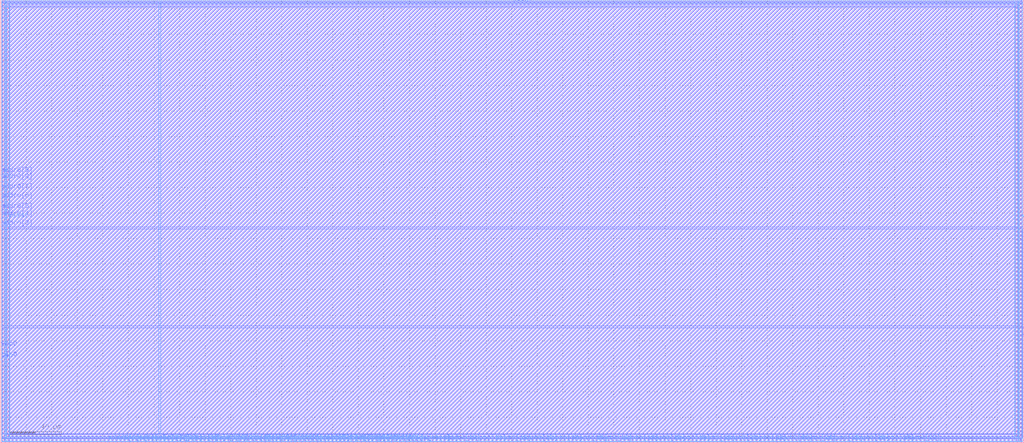
<source format=lef>
VERSION 5.4 ;
NAMESCASESENSITIVE ON ;
BUSBITCHARS "[]" ;
DIVIDERCHAR "/" ;
UNITS
  DATABASE MICRONS 2000 ;
END UNITS
MACRO sram_1rw0r0w_32_1024_sky130
   CLASS BLOCK ;
   SIZE 800.74 BY 347.18 ;
   SYMMETRY X Y R90 ;
   PIN din0[0]
      DIRECTION INPUT ;
      PORT
         LAYER met4 ;
         RECT  124.44 0.0 124.82 0.38 ;
      END
   END din0[0]
   PIN din0[1]
      DIRECTION INPUT ;
      PORT
         LAYER met4 ;
         RECT  131.24 0.0 131.62 0.38 ;
      END
   END din0[1]
   PIN din0[2]
      DIRECTION INPUT ;
      PORT
         LAYER met4 ;
         RECT  136.0 0.0 136.38 0.38 ;
      END
   END din0[2]
   PIN din0[3]
      DIRECTION INPUT ;
      PORT
         LAYER met4 ;
         RECT  142.12 0.0 142.5 0.38 ;
      END
   END din0[3]
   PIN din0[4]
      DIRECTION INPUT ;
      PORT
         LAYER met4 ;
         RECT  148.92 0.0 149.3 0.38 ;
      END
   END din0[4]
   PIN din0[5]
      DIRECTION INPUT ;
      PORT
         LAYER met4 ;
         RECT  153.68 0.0 154.06 0.38 ;
      END
   END din0[5]
   PIN din0[6]
      DIRECTION INPUT ;
      PORT
         LAYER met4 ;
         RECT  160.48 0.0 160.86 0.38 ;
      END
   END din0[6]
   PIN din0[7]
      DIRECTION INPUT ;
      PORT
         LAYER met4 ;
         RECT  165.24 0.0 165.62 0.38 ;
      END
   END din0[7]
   PIN din0[8]
      DIRECTION INPUT ;
      PORT
         LAYER met4 ;
         RECT  172.04 0.0 172.42 0.38 ;
      END
   END din0[8]
   PIN din0[9]
      DIRECTION INPUT ;
      PORT
         LAYER met4 ;
         RECT  178.16 0.0 178.54 0.38 ;
      END
   END din0[9]
   PIN din0[10]
      DIRECTION INPUT ;
      PORT
         LAYER met4 ;
         RECT  183.6 0.0 183.98 0.38 ;
      END
   END din0[10]
   PIN din0[11]
      DIRECTION INPUT ;
      PORT
         LAYER met4 ;
         RECT  189.72 0.0 190.1 0.38 ;
      END
   END din0[11]
   PIN din0[12]
      DIRECTION INPUT ;
      PORT
         LAYER met4 ;
         RECT  195.16 0.0 195.54 0.38 ;
      END
   END din0[12]
   PIN din0[13]
      DIRECTION INPUT ;
      PORT
         LAYER met4 ;
         RECT  201.28 0.0 201.66 0.38 ;
      END
   END din0[13]
   PIN din0[14]
      DIRECTION INPUT ;
      PORT
         LAYER met4 ;
         RECT  206.04 0.0 206.42 0.38 ;
      END
   END din0[14]
   PIN din0[15]
      DIRECTION INPUT ;
      PORT
         LAYER met4 ;
         RECT  212.84 0.0 213.22 0.38 ;
      END
   END din0[15]
   PIN din0[16]
      DIRECTION INPUT ;
      PORT
         LAYER met4 ;
         RECT  218.96 0.0 219.34 0.38 ;
      END
   END din0[16]
   PIN din0[17]
      DIRECTION INPUT ;
      PORT
         LAYER met4 ;
         RECT  224.4 0.0 224.78 0.38 ;
      END
   END din0[17]
   PIN din0[18]
      DIRECTION INPUT ;
      PORT
         LAYER met4 ;
         RECT  230.52 0.0 230.9 0.38 ;
      END
   END din0[18]
   PIN din0[19]
      DIRECTION INPUT ;
      PORT
         LAYER met4 ;
         RECT  235.96 0.0 236.34 0.38 ;
      END
   END din0[19]
   PIN din0[20]
      DIRECTION INPUT ;
      PORT
         LAYER met4 ;
         RECT  242.08 0.0 242.46 0.38 ;
      END
   END din0[20]
   PIN din0[21]
      DIRECTION INPUT ;
      PORT
         LAYER met4 ;
         RECT  248.2 0.0 248.58 0.38 ;
      END
   END din0[21]
   PIN din0[22]
      DIRECTION INPUT ;
      PORT
         LAYER met4 ;
         RECT  253.64 0.0 254.02 0.38 ;
      END
   END din0[22]
   PIN din0[23]
      DIRECTION INPUT ;
      PORT
         LAYER met4 ;
         RECT  259.76 0.0 260.14 0.38 ;
      END
   END din0[23]
   PIN din0[24]
      DIRECTION INPUT ;
      PORT
         LAYER met4 ;
         RECT  264.52 0.0 264.9 0.38 ;
      END
   END din0[24]
   PIN din0[25]
      DIRECTION INPUT ;
      PORT
         LAYER met4 ;
         RECT  271.32 0.0 271.7 0.38 ;
      END
   END din0[25]
   PIN din0[26]
      DIRECTION INPUT ;
      PORT
         LAYER met4 ;
         RECT  276.08 0.0 276.46 0.38 ;
      END
   END din0[26]
   PIN din0[27]
      DIRECTION INPUT ;
      PORT
         LAYER met4 ;
         RECT  282.2 0.0 282.58 0.38 ;
      END
   END din0[27]
   PIN din0[28]
      DIRECTION INPUT ;
      PORT
         LAYER met4 ;
         RECT  288.32 0.0 288.7 0.38 ;
      END
   END din0[28]
   PIN din0[29]
      DIRECTION INPUT ;
      PORT
         LAYER met4 ;
         RECT  293.76 0.0 294.14 0.38 ;
      END
   END din0[29]
   PIN din0[30]
      DIRECTION INPUT ;
      PORT
         LAYER met4 ;
         RECT  300.56 0.0 300.94 0.38 ;
      END
   END din0[30]
   PIN din0[31]
      DIRECTION INPUT ;
      PORT
         LAYER met4 ;
         RECT  305.32 0.0 305.7 0.38 ;
      END
   END din0[31]
   PIN din0[32]
      DIRECTION INPUT ;
      PORT
         LAYER met4 ;
         RECT  312.12 0.0 312.5 0.38 ;
      END
   END din0[32]
   PIN addr0[0]
      DIRECTION INPUT ;
      PORT
         LAYER met4 ;
         RECT  83.64 0.0 84.02 0.38 ;
      END
   END addr0[0]
   PIN addr0[1]
      DIRECTION INPUT ;
      PORT
         LAYER met4 ;
         RECT  89.76 0.0 90.14 0.38 ;
      END
   END addr0[1]
   PIN addr0[2]
      DIRECTION INPUT ;
      PORT
         LAYER met4 ;
         RECT  95.2 0.0 95.58 0.38 ;
      END
   END addr0[2]
   PIN addr0[3]
      DIRECTION INPUT ;
      PORT
         LAYER met3 ;
         RECT  0.0 167.96 0.38 168.34 ;
      END
   END addr0[3]
   PIN addr0[4]
      DIRECTION INPUT ;
      PORT
         LAYER met3 ;
         RECT  0.0 175.44 0.38 175.82 ;
      END
   END addr0[4]
   PIN addr0[5]
      DIRECTION INPUT ;
      PORT
         LAYER met3 ;
         RECT  0.0 181.56 0.38 181.94 ;
      END
   END addr0[5]
   PIN addr0[6]
      DIRECTION INPUT ;
      PORT
         LAYER met3 ;
         RECT  0.0 189.72 0.38 190.1 ;
      END
   END addr0[6]
   PIN addr0[7]
      DIRECTION INPUT ;
      PORT
         LAYER met3 ;
         RECT  0.0 196.52 0.38 196.9 ;
      END
   END addr0[7]
   PIN addr0[8]
      DIRECTION INPUT ;
      PORT
         LAYER met3 ;
         RECT  0.0 204.68 0.38 205.06 ;
      END
   END addr0[8]
   PIN addr0[9]
      DIRECTION INPUT ;
      PORT
         LAYER met3 ;
         RECT  0.0 209.44 0.38 209.82 ;
      END
   END addr0[9]
   PIN csb0
      DIRECTION INPUT ;
      PORT
         LAYER met3 ;
         RECT  0.0 64.6 0.38 64.98 ;
      END
   END csb0
   PIN web0
      DIRECTION INPUT ;
      PORT
         LAYER met3 ;
         RECT  0.0 73.44 0.38 73.82 ;
      END
   END web0
   PIN clk0
      DIRECTION INPUT ;
      PORT
         LAYER met3 ;
         RECT  0.0 65.28 0.38 65.66 ;
      END
   END clk0
   PIN wmask0[0]
      DIRECTION INPUT ;
      PORT
         LAYER met4 ;
         RECT  101.32 0.0 101.7 0.38 ;
      END
   END wmask0[0]
   PIN wmask0[1]
      DIRECTION INPUT ;
      PORT
         LAYER met4 ;
         RECT  107.44 0.0 107.82 0.38 ;
      END
   END wmask0[1]
   PIN wmask0[2]
      DIRECTION INPUT ;
      PORT
         LAYER met4 ;
         RECT  113.56 0.0 113.94 0.38 ;
      END
   END wmask0[2]
   PIN wmask0[3]
      DIRECTION INPUT ;
      PORT
         LAYER met4 ;
         RECT  119.68 0.0 120.06 0.38 ;
      END
   END wmask0[3]
   PIN spare_wen0[0]
      DIRECTION INPUT ;
      PORT
         LAYER met4 ;
         RECT  317.56 0.0 317.94 0.38 ;
      END
   END spare_wen0[0]
   PIN dout0[0]
      DIRECTION OUTPUT ;
      PORT
         LAYER met4 ;
         RECT  145.52 0.0 145.9 0.38 ;
      END
   END dout0[0]
   PIN dout0[1]
      DIRECTION OUTPUT ;
      PORT
         LAYER met4 ;
         RECT  167.28 0.0 167.66 0.38 ;
      END
   END dout0[1]
   PIN dout0[2]
      DIRECTION OUTPUT ;
      PORT
         LAYER met4 ;
         RECT  187.0 0.0 187.38 0.38 ;
      END
   END dout0[2]
   PIN dout0[3]
      DIRECTION OUTPUT ;
      PORT
         LAYER met4 ;
         RECT  207.4 0.0 207.78 0.38 ;
      END
   END dout0[3]
   PIN dout0[4]
      DIRECTION OUTPUT ;
      PORT
         LAYER met4 ;
         RECT  227.12 0.0 227.5 0.38 ;
      END
   END dout0[4]
   PIN dout0[5]
      DIRECTION OUTPUT ;
      PORT
         LAYER met4 ;
         RECT  247.52 0.0 247.9 0.38 ;
      END
   END dout0[5]
   PIN dout0[6]
      DIRECTION OUTPUT ;
      PORT
         LAYER met4 ;
         RECT  267.24 0.0 267.62 0.38 ;
      END
   END dout0[6]
   PIN dout0[7]
      DIRECTION OUTPUT ;
      PORT
         LAYER met4 ;
         RECT  286.28 0.0 286.66 0.38 ;
      END
   END dout0[7]
   PIN dout0[8]
      DIRECTION OUTPUT ;
      PORT
         LAYER met4 ;
         RECT  306.0 0.0 306.38 0.38 ;
      END
   END dout0[8]
   PIN dout0[9]
      DIRECTION OUTPUT ;
      PORT
         LAYER met4 ;
         RECT  327.08 0.0 327.46 0.38 ;
      END
   END dout0[9]
   PIN dout0[10]
      DIRECTION OUTPUT ;
      PORT
         LAYER met4 ;
         RECT  346.8 0.0 347.18 0.38 ;
      END
   END dout0[10]
   PIN dout0[11]
      DIRECTION OUTPUT ;
      PORT
         LAYER met4 ;
         RECT  367.2 0.0 367.58 0.38 ;
      END
   END dout0[11]
   PIN dout0[12]
      DIRECTION OUTPUT ;
      PORT
         LAYER met4 ;
         RECT  386.92 0.0 387.3 0.38 ;
      END
   END dout0[12]
   PIN dout0[13]
      DIRECTION OUTPUT ;
      PORT
         LAYER met4 ;
         RECT  407.32 0.0 407.7 0.38 ;
      END
   END dout0[13]
   PIN dout0[14]
      DIRECTION OUTPUT ;
      PORT
         LAYER met4 ;
         RECT  427.04 0.0 427.42 0.38 ;
      END
   END dout0[14]
   PIN dout0[15]
      DIRECTION OUTPUT ;
      PORT
         LAYER met4 ;
         RECT  446.76 0.0 447.14 0.38 ;
      END
   END dout0[15]
   PIN dout0[16]
      DIRECTION OUTPUT ;
      PORT
         LAYER met4 ;
         RECT  465.8 0.0 466.18 0.38 ;
      END
   END dout0[16]
   PIN dout0[17]
      DIRECTION OUTPUT ;
      PORT
         LAYER met4 ;
         RECT  486.88 0.0 487.26 0.38 ;
      END
   END dout0[17]
   PIN dout0[18]
      DIRECTION OUTPUT ;
      PORT
         LAYER met4 ;
         RECT  507.28 0.0 507.66 0.38 ;
      END
   END dout0[18]
   PIN dout0[19]
      DIRECTION OUTPUT ;
      PORT
         LAYER met4 ;
         RECT  527.0 0.0 527.38 0.38 ;
      END
   END dout0[19]
   PIN dout0[20]
      DIRECTION OUTPUT ;
      PORT
         LAYER met4 ;
         RECT  546.72 0.0 547.1 0.38 ;
      END
   END dout0[20]
   PIN dout0[21]
      DIRECTION OUTPUT ;
      PORT
         LAYER met4 ;
         RECT  567.12 0.0 567.5 0.38 ;
      END
   END dout0[21]
   PIN dout0[22]
      DIRECTION OUTPUT ;
      PORT
         LAYER met4 ;
         RECT  586.84 0.0 587.22 0.38 ;
      END
   END dout0[22]
   PIN dout0[23]
      DIRECTION OUTPUT ;
      PORT
         LAYER met4 ;
         RECT  607.24 0.0 607.62 0.38 ;
      END
   END dout0[23]
   PIN dout0[24]
      DIRECTION OUTPUT ;
      PORT
         LAYER met4 ;
         RECT  625.6 0.0 625.98 0.38 ;
      END
   END dout0[24]
   PIN dout0[25]
      DIRECTION OUTPUT ;
      PORT
         LAYER met4 ;
         RECT  646.68 0.0 647.06 0.38 ;
      END
   END dout0[25]
   PIN dout0[26]
      DIRECTION OUTPUT ;
      PORT
         LAYER met4 ;
         RECT  667.08 0.0 667.46 0.38 ;
      END
   END dout0[26]
   PIN dout0[27]
      DIRECTION OUTPUT ;
      PORT
         LAYER met4 ;
         RECT  686.8 0.0 687.18 0.38 ;
      END
   END dout0[27]
   PIN dout0[28]
      DIRECTION OUTPUT ;
      PORT
         LAYER met4 ;
         RECT  707.2 0.0 707.58 0.38 ;
      END
   END dout0[28]
   PIN dout0[29]
      DIRECTION OUTPUT ;
      PORT
         LAYER met3 ;
         RECT  800.36 90.44 800.74 90.82 ;
      END
   END dout0[29]
   PIN dout0[30]
      DIRECTION OUTPUT ;
      PORT
         LAYER met3 ;
         RECT  800.36 84.32 800.74 84.7 ;
      END
   END dout0[30]
   PIN dout0[31]
      DIRECTION OUTPUT ;
      PORT
         LAYER met3 ;
         RECT  800.36 89.76 800.74 90.14 ;
      END
   END dout0[31]
   PIN dout0[32]
      DIRECTION OUTPUT ;
      PORT
         LAYER met3 ;
         RECT  800.36 85.0 800.74 85.38 ;
      END
   END dout0[32]
   PIN vccd1
      DIRECTION INOUT ;
      USE POWER ; 
      SHAPE ABUTMENT ; 
      PORT
         LAYER met4 ;
         RECT  1.36 1.36 3.1 347.18 ;
         LAYER met3 ;
         RECT  1.36 1.36 799.38 3.1 ;
         LAYER met4 ;
         RECT  797.64 1.36 799.38 347.18 ;
         LAYER met3 ;
         RECT  1.36 345.44 799.38 347.18 ;
      END
   END vccd1
   PIN vssd1
      DIRECTION INOUT ;
      USE GROUND ; 
      SHAPE ABUTMENT ; 
      PORT
         LAYER met3 ;
         RECT  4.76 4.76 795.98 6.5 ;
         LAYER met4 ;
         RECT  794.24 4.76 795.98 343.78 ;
         LAYER met3 ;
         RECT  4.76 342.04 795.98 343.78 ;
         LAYER met4 ;
         RECT  4.76 4.76 6.5 343.78 ;
      END
   END vssd1
   OBS
   LAYER  met1 ;
      RECT  0.62 0.62 800.12 346.56 ;
   LAYER  met2 ;
      RECT  0.62 0.62 800.12 346.56 ;
   LAYER  met3 ;
      RECT  0.98 167.36 800.12 168.94 ;
      RECT  0.62 168.94 0.98 174.84 ;
      RECT  0.62 176.42 0.98 180.96 ;
      RECT  0.62 182.54 0.98 189.12 ;
      RECT  0.62 190.7 0.98 195.92 ;
      RECT  0.62 197.5 0.98 204.08 ;
      RECT  0.62 205.66 0.98 208.84 ;
      RECT  0.62 74.42 0.98 167.36 ;
      RECT  0.62 66.26 0.98 72.84 ;
      RECT  0.98 89.84 799.76 91.42 ;
      RECT  0.98 91.42 799.76 167.36 ;
      RECT  799.76 91.42 800.12 167.36 ;
      RECT  799.76 85.98 800.12 89.16 ;
      RECT  0.62 0.62 0.76 0.76 ;
      RECT  0.62 0.76 0.76 3.7 ;
      RECT  0.62 3.7 0.76 64.0 ;
      RECT  0.76 0.62 0.98 0.76 ;
      RECT  0.76 3.7 0.98 64.0 ;
      RECT  0.98 0.62 799.76 0.76 ;
      RECT  799.76 0.62 799.98 0.76 ;
      RECT  799.76 3.7 799.98 83.72 ;
      RECT  799.98 0.62 800.12 0.76 ;
      RECT  799.98 0.76 800.12 3.7 ;
      RECT  799.98 3.7 800.12 83.72 ;
      RECT  799.98 168.94 800.12 344.84 ;
      RECT  799.98 344.84 800.12 346.56 ;
      RECT  0.62 210.42 0.76 344.84 ;
      RECT  0.62 344.84 0.76 346.56 ;
      RECT  0.76 210.42 0.98 344.84 ;
      RECT  0.98 3.7 4.16 4.16 ;
      RECT  0.98 4.16 4.16 7.1 ;
      RECT  0.98 7.1 4.16 89.84 ;
      RECT  4.16 3.7 796.58 4.16 ;
      RECT  4.16 7.1 796.58 89.84 ;
      RECT  796.58 3.7 799.76 4.16 ;
      RECT  796.58 4.16 799.76 7.1 ;
      RECT  796.58 7.1 799.76 89.84 ;
      RECT  0.98 168.94 4.16 341.44 ;
      RECT  0.98 341.44 4.16 344.38 ;
      RECT  0.98 344.38 4.16 344.84 ;
      RECT  4.16 168.94 796.58 341.44 ;
      RECT  4.16 344.38 796.58 344.84 ;
      RECT  796.58 168.94 799.98 341.44 ;
      RECT  796.58 341.44 799.98 344.38 ;
      RECT  796.58 344.38 799.98 344.84 ;
   LAYER  met4 ;
      RECT  123.84 0.98 125.42 346.56 ;
      RECT  125.42 0.62 130.64 0.98 ;
      RECT  132.22 0.62 135.4 0.98 ;
      RECT  136.98 0.62 141.52 0.98 ;
      RECT  149.9 0.62 153.08 0.98 ;
      RECT  154.66 0.62 159.88 0.98 ;
      RECT  161.46 0.62 164.64 0.98 ;
      RECT  173.02 0.62 177.56 0.98 ;
      RECT  179.14 0.62 183.0 0.98 ;
      RECT  190.7 0.62 194.56 0.98 ;
      RECT  196.14 0.62 200.68 0.98 ;
      RECT  202.26 0.62 205.44 0.98 ;
      RECT  213.82 0.62 218.36 0.98 ;
      RECT  219.94 0.62 223.8 0.98 ;
      RECT  231.5 0.62 235.36 0.98 ;
      RECT  236.94 0.62 241.48 0.98 ;
      RECT  249.18 0.62 253.04 0.98 ;
      RECT  254.62 0.62 259.16 0.98 ;
      RECT  260.74 0.62 263.92 0.98 ;
      RECT  272.3 0.62 275.48 0.98 ;
      RECT  277.06 0.62 281.6 0.98 ;
      RECT  289.3 0.62 293.16 0.98 ;
      RECT  294.74 0.62 299.96 0.98 ;
      RECT  301.54 0.62 304.72 0.98 ;
      RECT  84.62 0.62 89.16 0.98 ;
      RECT  90.74 0.62 94.6 0.98 ;
      RECT  96.18 0.62 100.72 0.98 ;
      RECT  102.3 0.62 106.84 0.98 ;
      RECT  108.42 0.62 112.96 0.98 ;
      RECT  114.54 0.62 119.08 0.98 ;
      RECT  120.66 0.62 123.84 0.98 ;
      RECT  313.1 0.62 316.96 0.98 ;
      RECT  143.1 0.62 144.92 0.98 ;
      RECT  146.5 0.62 148.32 0.98 ;
      RECT  166.22 0.62 166.68 0.98 ;
      RECT  168.26 0.62 171.44 0.98 ;
      RECT  184.58 0.62 186.4 0.98 ;
      RECT  187.98 0.62 189.12 0.98 ;
      RECT  208.38 0.62 212.24 0.98 ;
      RECT  225.38 0.62 226.52 0.98 ;
      RECT  228.1 0.62 229.92 0.98 ;
      RECT  243.06 0.62 246.92 0.98 ;
      RECT  265.5 0.62 266.64 0.98 ;
      RECT  268.22 0.62 270.72 0.98 ;
      RECT  283.18 0.62 285.68 0.98 ;
      RECT  287.26 0.62 287.72 0.98 ;
      RECT  306.98 0.62 311.52 0.98 ;
      RECT  318.54 0.62 326.48 0.98 ;
      RECT  328.06 0.62 346.2 0.98 ;
      RECT  347.78 0.62 366.6 0.98 ;
      RECT  368.18 0.62 386.32 0.98 ;
      RECT  387.9 0.62 406.72 0.98 ;
      RECT  408.3 0.62 426.44 0.98 ;
      RECT  428.02 0.62 446.16 0.98 ;
      RECT  447.74 0.62 465.2 0.98 ;
      RECT  466.78 0.62 486.28 0.98 ;
      RECT  487.86 0.62 506.68 0.98 ;
      RECT  508.26 0.62 526.4 0.98 ;
      RECT  527.98 0.62 546.12 0.98 ;
      RECT  547.7 0.62 566.52 0.98 ;
      RECT  568.1 0.62 586.24 0.98 ;
      RECT  587.82 0.62 606.64 0.98 ;
      RECT  608.22 0.62 625.0 0.98 ;
      RECT  626.58 0.62 646.08 0.98 ;
      RECT  647.66 0.62 666.48 0.98 ;
      RECT  668.06 0.62 686.2 0.98 ;
      RECT  687.78 0.62 706.6 0.98 ;
      RECT  0.62 0.98 0.76 346.56 ;
      RECT  0.62 0.62 0.76 0.76 ;
      RECT  0.62 0.76 0.76 0.98 ;
      RECT  0.76 0.62 3.7 0.76 ;
      RECT  3.7 0.62 83.04 0.76 ;
      RECT  3.7 0.76 83.04 0.98 ;
      RECT  799.98 0.98 800.12 346.56 ;
      RECT  708.18 0.62 797.04 0.76 ;
      RECT  708.18 0.76 797.04 0.98 ;
      RECT  797.04 0.62 799.98 0.76 ;
      RECT  799.98 0.62 800.12 0.76 ;
      RECT  799.98 0.76 800.12 0.98 ;
      RECT  125.42 0.98 793.64 4.16 ;
      RECT  125.42 4.16 793.64 344.38 ;
      RECT  125.42 344.38 793.64 346.56 ;
      RECT  793.64 0.98 796.58 4.16 ;
      RECT  793.64 344.38 796.58 346.56 ;
      RECT  796.58 0.98 797.04 4.16 ;
      RECT  796.58 4.16 797.04 344.38 ;
      RECT  796.58 344.38 797.04 346.56 ;
      RECT  3.7 0.98 4.16 4.16 ;
      RECT  3.7 4.16 4.16 344.38 ;
      RECT  3.7 344.38 4.16 346.56 ;
      RECT  4.16 0.98 7.1 4.16 ;
      RECT  4.16 344.38 7.1 346.56 ;
      RECT  7.1 0.98 123.84 4.16 ;
      RECT  7.1 4.16 123.84 344.38 ;
      RECT  7.1 344.38 123.84 346.56 ;
   END
END    sram_1rw0r0w_32_1024_sky130
END    LIBRARY

</source>
